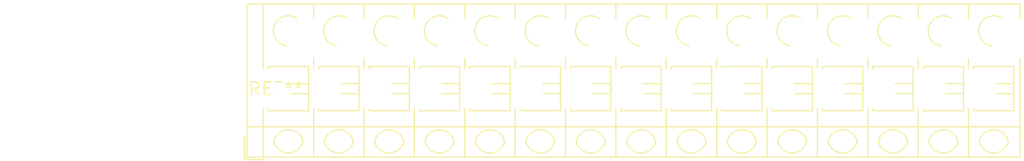
<source format=kicad_pcb>
(kicad_pcb (version 20240108) (generator pcbnew)
  (layers (0 "F.Cu" signal) (31 "B.Cu" signal) (34 "B.Paste" user) (35 "F.Paste" user) (36 "B.SilkS" user "B.Silkscreen") (37 "F.SilkS" user "F.Silkscreen") (38 "B.Mask" user) (39 "F.Mask" user) (44 "Edge.Cuts" user))
  (net 0 "")
  (footprint "TerminalBlock_WAGO_804-115_1x15_P5.00mm_45Degree" (layer "F.Cu") (at 0 0)
    (property "Reference" "REF**")
    (property "Value" "TerminalBlock_WAGO_804-115_1x15_P5.00mm_45Degree")
    (fp_line (start -3.11 4.82) (end -3.11 7.06) (layer "F.SilkS") (stroke (width 0.12)))
    (fp_line (start -3.11 7.06) (end -1.11 7.06) (layer "F.SilkS") (stroke (width 0.12)))
    (fp_line (start -2.87 -8.42) (end -2.87 6.82) (layer "F.SilkS") (stroke (width 0.12)))
    (fp_line (start -2.87 -8.42) (end 73.87 -8.42) (layer "F.SilkS") (stroke (width 0.12)))
    (fp_line (start -2.87 3.8) (end 73.87 3.8) (layer "F.SilkS") (stroke (width 0.12)))
    (fp_line (start -2.87 6.82) (end 73.87 6.82) (layer "F.SilkS") (stroke (width 0.12)))
    (fp_line (start -1.25 -8.42) (end -1.25 -1.98) (layer "F.SilkS") (stroke (width 0.12)))
    (fp_line (start -1.25 1.98) (end -1.25 6.82) (layer "F.SilkS") (stroke (width 0.12)))
    (fp_line (start -0.75 -2.2) (end -0.75 -1.98) (layer "F.SilkS") (stroke (width 0.12)))
    (fp_line (start -0.75 -2.2) (end 3.25 -2.2) (layer "F.SilkS") (stroke (width 0.12)))
    (fp_line (start -0.75 1.98) (end -0.75 2.2) (layer "F.SilkS") (stroke (width 0.12)))
    (fp_line (start -0.75 2.2) (end 3.25 2.2) (layer "F.SilkS") (stroke (width 0.12)))
    (fp_line (start 1.48 -0.5) (end 3.25 -0.5) (layer "F.SilkS") (stroke (width 0.12)))
    (fp_line (start 1.48 0.5) (end 3.25 0.5) (layer "F.SilkS") (stroke (width 0.12)))
    (fp_line (start 3.25 -2.2) (end 3.25 2.2) (layer "F.SilkS") (stroke (width 0.12)))
    (fp_line (start 3.25 -0.5) (end 3.25 0.5) (layer "F.SilkS") (stroke (width 0.12)))
    (fp_line (start 3.75 -8.42) (end 3.75 -6.98) (layer "F.SilkS") (stroke (width 0.12)))
    (fp_line (start 3.75 -3.02) (end 3.75 -1.98) (layer "F.SilkS") (stroke (width 0.12)))
    (fp_line (start 3.75 1.98) (end 3.75 6.82) (layer "F.SilkS") (stroke (width 0.12)))
    (fp_line (start 4.25 -2.2) (end 4.25 -1.98) (layer "F.SilkS") (stroke (width 0.12)))
    (fp_line (start 4.25 -2.2) (end 8.25 -2.2) (layer "F.SilkS") (stroke (width 0.12)))
    (fp_line (start 4.25 1.98) (end 4.25 2.2) (layer "F.SilkS") (stroke (width 0.12)))
    (fp_line (start 4.25 2.2) (end 8.25 2.2) (layer "F.SilkS") (stroke (width 0.12)))
    (fp_line (start 6.48 -0.5) (end 8.25 -0.5) (layer "F.SilkS") (stroke (width 0.12)))
    (fp_line (start 6.48 0.5) (end 8.25 0.5) (layer "F.SilkS") (stroke (width 0.12)))
    (fp_line (start 8.25 -2.2) (end 8.25 2.2) (layer "F.SilkS") (stroke (width 0.12)))
    (fp_line (start 8.25 -0.5) (end 8.25 0.5) (layer "F.SilkS") (stroke (width 0.12)))
    (fp_line (start 8.75 -8.42) (end 8.75 -6.98) (layer "F.SilkS") (stroke (width 0.12)))
    (fp_line (start 8.75 -3.02) (end 8.75 -1.98) (layer "F.SilkS") (stroke (width 0.12)))
    (fp_line (start 8.75 1.98) (end 8.75 6.82) (layer "F.SilkS") (stroke (width 0.12)))
    (fp_line (start 9.25 -2.2) (end 9.25 -1.98) (layer "F.SilkS") (stroke (width 0.12)))
    (fp_line (start 9.25 -2.2) (end 13.25 -2.2) (layer "F.SilkS") (stroke (width 0.12)))
    (fp_line (start 9.25 1.98) (end 9.25 2.2) (layer "F.SilkS") (stroke (width 0.12)))
    (fp_line (start 9.25 2.2) (end 13.25 2.2) (layer "F.SilkS") (stroke (width 0.12)))
    (fp_line (start 11.48 -0.5) (end 13.25 -0.5) (layer "F.SilkS") (stroke (width 0.12)))
    (fp_line (start 11.48 0.5) (end 13.25 0.5) (layer "F.SilkS") (stroke (width 0.12)))
    (fp_line (start 13.25 -2.2) (end 13.25 2.2) (layer "F.SilkS") (stroke (width 0.12)))
    (fp_line (start 13.25 -0.5) (end 13.25 0.5) (layer "F.SilkS") (stroke (width 0.12)))
    (fp_line (start 13.75 -8.42) (end 13.75 -6.98) (layer "F.SilkS") (stroke (width 0.12)))
    (fp_line (start 13.75 -3.02) (end 13.75 -1.98) (layer "F.SilkS") (stroke (width 0.12)))
    (fp_line (start 13.75 1.98) (end 13.75 6.82) (layer "F.SilkS") (stroke (width 0.12)))
    (fp_line (start 14.25 -2.2) (end 14.25 -1.98) (layer "F.SilkS") (stroke (width 0.12)))
    (fp_line (start 14.25 -2.2) (end 18.25 -2.2) (layer "F.SilkS") (stroke (width 0.12)))
    (fp_line (start 14.25 1.98) (end 14.25 2.2) (layer "F.SilkS") (stroke (width 0.12)))
    (fp_line (start 14.25 2.2) (end 18.25 2.2) (layer "F.SilkS") (stroke (width 0.12)))
    (fp_line (start 16.48 -0.5) (end 18.25 -0.5) (layer "F.SilkS") (stroke (width 0.12)))
    (fp_line (start 16.48 0.5) (end 18.25 0.5) (layer "F.SilkS") (stroke (width 0.12)))
    (fp_line (start 18.25 -2.2) (end 18.25 2.2) (layer "F.SilkS") (stroke (width 0.12)))
    (fp_line (start 18.25 -0.5) (end 18.25 0.5) (layer "F.SilkS") (stroke (width 0.12)))
    (fp_line (start 18.75 -8.42) (end 18.75 -6.98) (layer "F.SilkS") (stroke (width 0.12)))
    (fp_line (start 18.75 -3.02) (end 18.75 -1.98) (layer "F.SilkS") (stroke (width 0.12)))
    (fp_line (start 18.75 1.98) (end 18.75 6.82) (layer "F.SilkS") (stroke (width 0.12)))
    (fp_line (start 19.25 -2.2) (end 19.25 -1.98) (layer "F.SilkS") (stroke (width 0.12)))
    (fp_line (start 19.25 -2.2) (end 23.25 -2.2) (layer "F.SilkS") (stroke (width 0.12)))
    (fp_line (start 19.25 1.98) (end 19.25 2.2) (layer "F.SilkS") (stroke (width 0.12)))
    (fp_line (start 19.25 2.2) (end 23.25 2.2) (layer "F.SilkS") (stroke (width 0.12)))
    (fp_line (start 21.48 -0.5) (end 23.25 -0.5) (layer "F.SilkS") (stroke (width 0.12)))
    (fp_line (start 21.48 0.5) (end 23.25 0.5) (layer "F.SilkS") (stroke (width 0.12)))
    (fp_line (start 23.25 -2.2) (end 23.25 2.2) (layer "F.SilkS") (stroke (width 0.12)))
    (fp_line (start 23.25 -0.5) (end 23.25 0.5) (layer "F.SilkS") (stroke (width 0.12)))
    (fp_line (start 23.75 -8.42) (end 23.75 -6.98) (layer "F.SilkS") (stroke (width 0.12)))
    (fp_line (start 23.75 -3.02) (end 23.75 -1.98) (layer "F.SilkS") (stroke (width 0.12)))
    (fp_line (start 23.75 1.98) (end 23.75 6.82) (layer "F.SilkS") (stroke (width 0.12)))
    (fp_line (start 24.25 -2.2) (end 24.25 -1.98) (layer "F.SilkS") (stroke (width 0.12)))
    (fp_line (start 24.25 -2.2) (end 28.25 -2.2) (layer "F.SilkS") (stroke (width 0.12)))
    (fp_line (start 24.25 1.98) (end 24.25 2.2) (layer "F.SilkS") (stroke (width 0.12)))
    (fp_line (start 24.25 2.2) (end 28.25 2.2) (layer "F.SilkS") (stroke (width 0.12)))
    (fp_line (start 26.48 -0.5) (end 28.25 -0.5) (layer "F.SilkS") (stroke (width 0.12)))
    (fp_line (start 26.48 0.5) (end 28.25 0.5) (layer "F.SilkS") (stroke (width 0.12)))
    (fp_line (start 28.25 -2.2) (end 28.25 2.2) (layer "F.SilkS") (stroke (width 0.12)))
    (fp_line (start 28.25 -0.5) (end 28.25 0.5) (layer "F.SilkS") (stroke (width 0.12)))
    (fp_line (start 28.75 -8.42) (end 28.75 -6.98) (layer "F.SilkS") (stroke (width 0.12)))
    (fp_line (start 28.75 -3.02) (end 28.75 -1.98) (layer "F.SilkS") (stroke (width 0.12)))
    (fp_line (start 28.75 1.98) (end 28.75 6.82) (layer "F.SilkS") (stroke (width 0.12)))
    (fp_line (start 29.25 -2.2) (end 29.25 -1.98) (layer "F.SilkS") (stroke (width 0.12)))
    (fp_line (start 29.25 -2.2) (end 33.25 -2.2) (layer "F.SilkS") (stroke (width 0.12)))
    (fp_line (start 29.25 1.98) (end 29.25 2.2) (layer "F.SilkS") (stroke (width 0.12)))
    (fp_line (start 29.25 2.2) (end 33.25 2.2) (layer "F.SilkS") (stroke (width 0.12)))
    (fp_line (start 31.48 -0.5) (end 33.25 -0.5) (layer "F.SilkS") (stroke (width 0.12)))
    (fp_line (start 31.48 0.5) (end 33.25 0.5) (layer "F.SilkS") (stroke (width 0.12)))
    (fp_line (start 33.25 -2.2) (end 33.25 2.2) (layer "F.SilkS") (stroke (width 0.12)))
    (fp_line (start 33.25 -0.5) (end 33.25 0.5) (layer "F.SilkS") (stroke (width 0.12)))
    (fp_line (start 33.75 -8.42) (end 33.75 -6.98) (layer "F.SilkS") (stroke (width 0.12)))
    (fp_line (start 33.75 -3.02) (end 33.75 -1.98) (layer "F.SilkS") (stroke (width 0.12)))
    (fp_line (start 33.75 1.98) (end 33.75 6.82) (layer "F.SilkS") (stroke (width 0.12)))
    (fp_line (start 34.25 -2.2) (end 34.25 -1.98) (layer "F.SilkS") (stroke (width 0.12)))
    (fp_line (start 34.25 -2.2) (end 38.25 -2.2) (layer "F.SilkS") (stroke (width 0.12)))
    (fp_line (start 34.25 1.98) (end 34.25 2.2) (layer "F.SilkS") (stroke (width 0.12)))
    (fp_line (start 34.25 2.2) (end 38.25 2.2) (layer "F.SilkS") (stroke (width 0.12)))
    (fp_line (start 36.48 -0.5) (end 38.25 -0.5) (layer "F.SilkS") (stroke (width 0.12)))
    (fp_line (start 36.48 0.5) (end 38.25 0.5) (layer "F.SilkS") (stroke (width 0.12)))
    (fp_line (start 38.25 -2.2) (end 38.25 2.2) (layer "F.SilkS") (stroke (width 0.12)))
    (fp_line (start 38.25 -0.5) (end 38.25 0.5) (layer "F.SilkS") (stroke (width 0.12)))
    (fp_line (start 38.75 -8.42) (end 38.75 -6.98) (layer "F.SilkS") (stroke (width 0.12)))
    (fp_line (start 38.75 -3.02) (end 38.75 -1.98) (layer "F.SilkS") (stroke (width 0.12)))
    (fp_line (start 38.75 1.98) (end 38.75 6.82) (layer "F.SilkS") (stroke (width 0.12)))
    (fp_line (start 39.25 -2.2) (end 39.25 -1.98) (layer "F.SilkS") (stroke (width 0.12)))
    (fp_line (start 39.25 -2.2) (end 43.25 -2.2) (layer "F.SilkS") (stroke (width 0.12)))
    (fp_line (start 39.25 1.98) (end 39.25 2.2) (layer "F.SilkS") (stroke (width 0.12)))
    (fp_line (start 39.25 2.2) (end 43.25 2.2) (layer "F.SilkS") (stroke (width 0.12)))
    (fp_line (start 41.48 -0.5) (end 43.25 -0.5) (layer "F.SilkS") (stroke (width 0.12)))
    (fp_line (start 41.48 0.5) (end 43.25 0.5) (layer "F.SilkS") (stroke (width 0.12)))
    (fp_line (start 43.25 -2.2) (end 43.25 2.2) (layer "F.SilkS") (stroke (width 0.12)))
    (fp_line (start 43.25 -0.5) (end 43.25 0.5) (layer "F.SilkS") (stroke (width 0.12)))
    (fp_line (start 43.75 -8.42) (end 43.75 -6.98) (layer "F.SilkS") (stroke (width 0.12)))
    (fp_line (start 43.75 -3.02) (end 43.75 -1.98) (layer "F.SilkS") (stroke (width 0.12)))
    (fp_line (start 43.75 1.98) (end 43.75 6.82) (layer "F.SilkS") (stroke (width 0.12)))
    (fp_line (start 44.25 -2.2) (end 44.25 -1.98) (layer "F.SilkS") (stroke (width 0.12)))
    (fp_line (start 44.25 -2.2) (end 48.25 -2.2) (layer "F.SilkS") (stroke (width 0.12)))
    (fp_line (start 44.25 1.98) (end 44.25 2.2) (layer "F.SilkS") (stroke (width 0.12)))
    (fp_line (start 44.25 2.2) (end 48.25 2.2) (layer "F.SilkS") (stroke (width 0.12)))
    (fp_line (start 46.48 -0.5) (end 48.25 -0.5) (layer "F.SilkS") (stroke (width 0.12)))
    (fp_line (start 46.48 0.5) (end 48.25 0.5) (layer "F.SilkS") (stroke (width 0.12)))
    (fp_line (start 48.25 -2.2) (end 48.25 2.2) (layer "F.SilkS") (stroke (width 0.12)))
    (fp_line (start 48.25 -0.5) (end 48.25 0.5) (layer "F.SilkS") (stroke (width 0.12)))
    (fp_line (start 48.75 -8.42) (end 48.75 -6.98) (layer "F.SilkS") (stroke (width 0.12)))
    (fp_line (start 48.75 -3.02) (end 48.75 -1.98) (layer "F.SilkS") (stroke (width 0.12)))
    (fp_line (start 48.75 1.98) (end 48.75 6.82) (layer "F.SilkS") (stroke (width 0.12)))
    (fp_line (start 49.25 -2.2) (end 49.25 -1.98) (layer "F.SilkS") (stroke (width 0.12)))
    (fp_line (start 49.25 -2.2) (end 53.25 -2.2) (layer "F.SilkS") (stroke (width 0.12)))
    (fp_line (start 49.25 1.98) (end 49.25 2.2) (layer "F.SilkS") (stroke (width 0.12)))
    (fp_line (start 49.25 2.2) (end 53.25 2.2) (layer "F.SilkS") (stroke (width 0.12)))
    (fp_line (start 51.48 -0.5) (end 53.25 -0.5) (layer "F.SilkS") (stroke (width 0.12)))
    (fp_line (start 51.48 0.5) (end 53.25 0.5) (layer "F.SilkS") (stroke (width 0.12)))
    (fp_line (start 53.25 -2.2) (end 53.25 2.2) (layer "F.SilkS") (stroke (width 0.12)))
    (fp_line (start 53.25 -0.5) (end 53.25 0.5) (layer "F.SilkS") (stroke (width 0.12)))
    (fp_line (start 53.75 -8.42) (end 53.75 -6.98) (layer "F.SilkS") (stroke (width 0.12)))
    (fp_line (start 53.75 -3.02) (end 53.75 -1.98) (layer "F.SilkS") (stroke (width 0.12)))
    (fp_line (start 53.75 1.98) (end 53.75 6.82) (layer "F.SilkS") (stroke (width 0.12)))
    (fp_line (start 54.25 -2.2) (end 54.25 -1.98) (layer "F.SilkS") (stroke (width 0.12)))
    (fp_line (start 54.25 -2.2) (end 58.25 -2.2) (layer "F.SilkS") (stroke (width 0.12)))
    (fp_line (start 54.25 1.98) (end 54.25 2.2) (layer "F.SilkS") (stroke (width 0.12)))
    (fp_line (start 54.25 2.2) (end 58.25 2.2) (layer "F.SilkS") (stroke (width 0.12)))
    (fp_line (start 56.48 -0.5) (end 58.25 -0.5) (layer "F.SilkS") (stroke (width 0.12)))
    (fp_line (start 56.48 0.5) (end 58.25 0.5) (layer "F.SilkS") (stroke (width 0.12)))
    (fp_line (start 58.25 -2.2) (end 58.25 2.2) (layer "F.SilkS") (stroke (width 0.12)))
    (fp_line (start 58.25 -0.5) (end 58.25 0.5) (layer "F.SilkS") (stroke (width 0.12)))
    (fp_line (start 58.75 -8.42) (end 58.75 -6.98) (layer "F.SilkS") (stroke (width 0.12)))
    (fp_line (start 58.75 -3.02) (end 58.75 -1.98) (layer "F.SilkS") (stroke (width 0.12)))
    (fp_line (start 58.75 1.98) (end 58.75 6.82) (layer "F.SilkS") (stroke (width 0.12)))
    (fp_line (start 59.25 -2.2) (end 59.25 -1.98) (layer "F.SilkS") (stroke (width 0.12)))
    (fp_line (start 59.25 -2.2) (end 63.25 -2.2) (layer "F.SilkS") (stroke (width 0.12)))
    (fp_line (start 59.25 1.98) (end 59.25 2.2) (layer "F.SilkS") (stroke (width 0.12)))
    (fp_line (start 59.25 2.2) (end 63.25 2.2) (layer "F.SilkS") (stroke (width 0.12)))
    (fp_line (start 61.48 -0.5) (end 63.25 -0.5) (layer "F.SilkS") (stroke (width 0.12)))
    (fp_line (start 61.48 0.5) (end 63.25 0.5) (layer "F.SilkS") (stroke (width 0.12)))
    (fp_line (start 63.25 -2.2) (end 63.25 2.2) (layer "F.SilkS") (stroke (width 0.12)))
    (fp_line (start 63.25 -0.5) (end 63.25 0.5) (layer "F.SilkS") (stroke (width 0.12)))
    (fp_line (start 63.75 -8.42) (end 63.75 -6.98) (layer "F.SilkS") (stroke (width 0.12)))
    (fp_line (start 63.75 -3.02) (end 63.75 -1.98) (layer "F.SilkS") (stroke (width 0.12)))
    (fp_line (start 63.75 1.98) (end 63.75 6.82) (layer "F.SilkS") (stroke (width 0.12)))
    (fp_line (start 64.25 -2.2) (end 64.25 -1.98) (layer "F.SilkS") (stroke (width 0.12)))
    (fp_line (start 64.25 -2.2) (end 68.25 -2.2) (layer "F.SilkS") (stroke (width 0.12)))
    (fp_line (start 64.25 1.98) (end 64.25 2.2) (layer "F.SilkS") (stroke (width 0.12)))
    (fp_line (start 64.25 2.2) (end 68.25 2.2) (layer "F.SilkS") (stroke (width 0.12)))
    (fp_line (start 66.48 -0.5) (end 68.25 -0.5) (layer "F.SilkS") (stroke (width 0.12)))
    (fp_line (start 66.48 0.5) (end 68.25 0.5) (layer "F.SilkS") (stroke (width 0.12)))
    (fp_line (start 68.25 -2.2) (end 68.25 2.2) (layer "F.SilkS") (stroke (width 0.12)))
    (fp_line (start 68.25 -0.5) (end 68.25 0.5) (layer "F.SilkS") (stroke (width 0.12)))
    (fp_line (start 68.75 -8.42) (end 68.75 -6.98) (layer "F.SilkS") (stroke (width 0.12)))
    (fp_line (start 68.75 -3.02) (end 68.75 -1.98) (layer "F.SilkS") (stroke (width 0.12)))
    (fp_line (start 68.75 1.98) (end 68.75 6.82) (layer "F.SilkS") (stroke (width 0.12)))
    (fp_line (start 69.25 -2.2) (end 69.25 -1.98) (layer "F.SilkS") (stroke (width 0.12)))
    (fp_line (start 69.25 -2.2) (end 73.25 -2.2) (layer "F.SilkS") (stroke (width 0.12)))
    (fp_line (start 69.25 1.98) (end 69.25 2.2) (layer "F.SilkS") (stroke (width 0.12)))
    (fp_line (start 69.25 2.2) (end 73.25 2.2) (layer "F.SilkS") (stroke (width 0.12)))
    (fp_line (start 71.48 -0.5) (end 73.25 -0.5) (layer "F.SilkS") (stroke (width 0.12)))
    (fp_line (start 71.48 0.5) (end 73.25 0.5) (layer "F.SilkS") (stroke (width 0.12)))
    (fp_line (start 73.25 -2.2) (end 73.25 2.2) (layer "F.SilkS") (stroke (width 0.12)))
    (fp_line (start 73.25 -0.5) (end 73.25 0.5) (layer "F.SilkS") (stroke (width 0.12)))
    (fp_line (start 73.87 -8.42) (end 73.87 -6.98) (layer "F.SilkS") (stroke (width 0.12)))
    (fp_line (start 73.87 -3.02) (end 73.87 6.82) (layer "F.SilkS") (stroke (width 0.12)))
    (fp_arc (start -0.200865 5.250424) (mid 1.250296 4.099926) (end 2.701 5.251) (layer "F.SilkS") (stroke (width 0.12)))
    (fp_arc (start 1.040798 -4.264067) (mid -0.146039 -6.300306) (end 2.111 -6.979) (layer "F.SilkS") (stroke (width 0.12)))
    (fp_arc (start 2.7 5.25) (mid 1.250068 6.400101) (end -0.199969 5.250133) (layer "F.SilkS") (stroke (width 0.12)))
    (fp_arc (start 4.799135 5.250424) (mid 6.250296 4.099926) (end 7.701 5.251) (layer "F.SilkS") (stroke (width 0.12)))
    (fp_arc (start 6.040798 -4.264067) (mid 4.853961 -6.300306) (end 7.111 -6.979) (layer "F.SilkS") (stroke (width 0.12)))
    (fp_arc (start 7.7 5.25) (mid 6.250068 6.400101) (end 4.800031 5.250133) (layer "F.SilkS") (stroke (width 0.12)))
    (fp_arc (start 9.799135 5.250424) (mid 11.250296 4.099926) (end 12.701 5.251) (layer "F.SilkS") (stroke (width 0.12)))
    (fp_arc (start 11.040798 -4.264067) (mid 9.853961 -6.300306) (end 12.111 -6.979) (layer "F.SilkS") (stroke (width 0.12)))
    (fp_arc (start 12.7 5.25) (mid 11.250068 6.400101) (end 9.800031 5.250133) (layer "F.SilkS") (stroke (width 0.12)))
    (fp_arc (start 14.799135 5.250424) (mid 16.250296 4.099926) (end 17.701 5.251) (layer "F.SilkS") (stroke (width 0.12)))
    (fp_arc (start 16.040798 -4.264067) (mid 14.853961 -6.300306) (end 17.111 -6.979) (layer "F.SilkS") (stroke (width 0.12)))
    (fp_arc (start 17.7 5.25) (mid 16.250068 6.400101) (end 14.800031 5.250133) (layer "F.SilkS") (stroke (width 0.12)))
    (fp_arc (start 19.799135 5.250424) (mid 21.250296 4.099926) (end 22.701 5.251) (layer "F.SilkS") (stroke (width 0.12)))
    (fp_arc (start 21.040798 -4.264067) (mid 19.853961 -6.300306) (end 22.111 -6.979) (layer "F.SilkS") (stroke (width 0.12)))
    (fp_arc (start 22.7 5.25) (mid 21.250068 6.400101) (end 19.800031 5.250133) (layer "F.SilkS") (stroke (width 0.12)))
    (fp_arc (start 24.799135 5.250424) (mid 26.250296 4.099926) (end 27.701 5.251) (layer "F.SilkS") (stroke (width 0.12)))
    (fp_arc (start 26.040798 -4.264067) (mid 24.853961 -6.300306) (end 27.111 -6.979) (layer "F.SilkS") (stroke (width 0.12)))
    (fp_arc (start 27.7 5.25) (mid 26.250068 6.400101) (end 24.800031 5.250133) (layer "F.SilkS") (stroke (width 0.12)))
    (fp_arc (start 29.799135 5.250424) (mid 31.250296 4.099926) (end 32.701 5.251) (layer "F.SilkS") (stroke (width 0.12)))
    (fp_arc (start 31.040798 -4.264067) (mid 29.853961 -6.300306) (end 32.111 -6.979) (layer "F.SilkS") (stroke (width 0.12)))
    (fp_arc (start 32.701 5.25) (mid 31.250296 6.401074) (end 29.799135 5.250576) (layer "F.SilkS") (stroke (width 0.12)))
    (fp_arc (start 34.799135 5.250424) (mid 36.250296 4.099926) (end 37.701 5.251) (layer "F.SilkS") (stroke (width 0.12)))
    (fp_arc (start 36.040798 -4.264067) (mid 34.853961 -6.300306) (end 37.111 -6.979) (layer "F.SilkS") (stroke (width 0.12)))
    (fp_arc (start 37.7 5.25) (mid 36.250068 6.400101) (end 34.800031 5.250133) (layer "F.SilkS") (stroke (width 0.12)))
    (fp_arc (start 39.799135 5.250424) (mid 41.250296 4.099926) (end 42.701 5.251) (layer "F.SilkS") (stroke (width 0.12)))
    (fp_arc (start 41.040798 -4.264067) (mid 39.853961 -6.300306) (end 42.111 -6.979) (layer "F.SilkS") (stroke (width 0.12)))
    (fp_arc (start 42.7 5.25) (mid 41.250068 6.400101) (end 39.800031 5.250133) (layer "F.SilkS") (stroke (width 0.12)))
    (fp_arc (start 44.799135 5.250424) (mid 46.250296 4.099926) (end 47.701 5.251) (layer "F.SilkS") (stroke (width 0.12)))
    (fp_arc (start 46.040798 -4.264067) (mid 44.853961 -6.300306) (end 47.111 -6.979) (layer "F.SilkS") (stroke (width 0.12)))
    (fp_arc (start 47.7 5.25) (mid 46.250068 6.400101) (end 44.800031 5.250133) (layer "F.SilkS") (stroke (width 0.12)))
    (fp_arc (start 49.799135 5.250424) (mid 51.250296 4.099926) (end 52.701 5.251) (layer "F.SilkS") (stroke (width 0.12)))
    (fp_arc (start 51.040798 -4.264067) (mid 49.853961 -6.300306) (end 52.111 -6.979) (layer "F.SilkS") (stroke (width 0.12)))
    (fp_arc (start 52.7 5.25) (mid 51.250068 6.400101) (end 49.800031 5.250133) (layer "F.SilkS") (stroke (width 0.12)))
    (fp_arc (start 54.799135 5.250424) (mid 56.250296 4.099926) (end 57.701 5.251) (layer "F.SilkS") (stroke (width 0.12)))
    (fp_arc (start 56.040798 -4.264067) (mid 54.853961 -6.300306) (end 57.111 -6.979) (layer "F.SilkS") (stroke (width 0.12)))
    (fp_arc (start 57.7 5.25) (mid 56.250068 6.400101) (end 54.800031 5.250133) (layer "F.SilkS") (stroke (width 0.12)))
    (fp_arc (start 59.799135 5.250424) (mid 61.250296 4.099926) (end 62.701 5.251) (layer "F.SilkS") (stroke (width 0.12)))
    (fp_arc (start 61.040798 -4.264067) (mid 59.853961 -6.300306) (end 62.111 -6.979) (layer "F.SilkS") (stroke (width 0.12)))
    (fp_arc (start 62.7 5.25) (mid 61.250068 6.400101) (end 59.800031 5.250133) (layer "F.SilkS") (stroke (width 0.12)))
    (fp_arc (start 64.799135 5.250424) (mid 66.250296 4.099926) (end 67.701 5.251) (layer "F.SilkS") (stroke (width 0.12)))
    (fp_arc (start 66.040798 -4.264067) (mid 64.853961 -6.300306) (end 67.111 -6.979) (layer "F.SilkS") (stroke (width 0.12)))
    (fp_arc (start 67.7 5.25) (mid 66.250068 6.400101) (end 64.800031 5.250133) (layer "F.SilkS") (stroke (width 0.12)))
    (fp_arc (start 69.799135 5.250424) (mid 71.250296 4.099926) (end 72.701 5.251) (layer "F.SilkS") (stroke (width 0.12)))
    (fp_arc (start 71.040798 -4.264067) (mid 69.853961 -6.300306) (end 72.111 -6.979) (layer "F.SilkS") (stroke (width 0.12)))
    (fp_arc (start 72.7 5.25) (mid 71.250068 6.400101) (end 69.800031 5.250133) (layer "F.SilkS") (stroke (width 0.12)))
    (pad "1" thru_hole rect (at 0 0) (size 2 3) (drill 1.2) (layers *.Cu *.Mask) (remove_unused_layers))
    (pad "1" thru_hole rect (at 2.5 -5) (size 2 3) (drill 1.2) (layers *.Cu *.Mask) (remove_unused_layers))
    (pad "2" thru_hole oval (at 5 0) (size 2 3) (drill 1.2) (layers *.Cu *.Mask) (remove_unused_layers))
    (pad "2" thru_hole oval (at 7.5 -5) (size 2 3) (drill 1.2) (layers *.Cu *.Mask) (remove_unused_layers))
    (pad "3" thru_hole oval (at 10 0) (size 2 3) (drill 1.2) (layers *.Cu *.Mask) (remove_unused_layers))
    (pad "3" thru_hole oval (at 12.5 -5) (size 2 3) (drill 1.2) (layers *.Cu *.Mask) (remove_unused_layers))
    (pad "4" thru_hole oval (at 15 0) (size 2 3) (drill 1.2) (layers *.Cu *.Mask) (remove_unused_layers))
    (pad "4" thru_hole oval (at 17.5 -5) (size 2 3) (drill 1.2) (layers *.Cu *.Mask) (remove_unused_layers))
    (pad "5" thru_hole oval (at 20 0) (size 2 3) (drill 1.2) (layers *.Cu *.Mask) (remove_unused_layers))
    (pad "5" thru_hole oval (at 22.5 -5) (size 2 3) (drill 1.2) (layers *.Cu *.Mask) (remove_unused_layers))
    (pad "6" thru_hole oval (at 25 0) (size 2 3) (drill 1.2) (layers *.Cu *.Mask) (remove_unused_layers))
    (pad "6" thru_hole oval (at 27.5 -5) (size 2 3) (drill 1.2) (layers *.Cu *.Mask) (remove_unused_layers))
    (pad "7" thru_hole oval (at 30 0) (size 2 3) (drill 1.2) (layers *.Cu *.Mask) (remove_unused_layers))
    (pad "7" thru_hole oval (at 32.5 -5) (size 2 3) (drill 1.2) (layers *.Cu *.Mask) (remove_unused_layers))
    (pad "8" thru_hole oval (at 35 0) (size 2 3) (drill 1.2) (layers *.Cu *.Mask) (remove_unused_layers))
    (pad "8" thru_hole oval (at 37.5 -5) (size 2 3) (drill 1.2) (layers *.Cu *.Mask) (remove_unused_layers))
    (pad "9" thru_hole oval (at 40 0) (size 2 3) (drill 1.2) (layers *.Cu *.Mask) (remove_unused_layers))
    (pad "9" thru_hole oval (at 42.5 -5) (size 2 3) (drill 1.2) (layers *.Cu *.Mask) (remove_unused_layers))
    (pad "10" thru_hole oval (at 45 0) (size 2 3) (drill 1.2) (layers *.Cu *.Mask) (remove_unused_layers))
    (pad "10" thru_hole oval (at 47.5 -5) (size 2 3) (drill 1.2) (layers *.Cu *.Mask) (remove_unused_layers))
    (pad "11" thru_hole oval (at 50 0) (size 2 3) (drill 1.2) (layers *.Cu *.Mask) (remove_unused_layers))
    (pad "11" thru_hole oval (at 52.5 -5) (size 2 3) (drill 1.2) (layers *.Cu *.Mask) (remove_unused_layers))
    (pad "12" thru_hole oval (at 55 0) (size 2 3) (drill 1.2) (layers *.Cu *.Mask) (remove_unused_layers))
    (pad "12" thru_hole oval (at 57.5 -5) (size 2 3) (drill 1.2) (layers *.Cu *.Mask) (remove_unused_layers))
    (pad "13" thru_hole oval (at 60 0) (size 2 3) (drill 1.2) (layers *.Cu *.Mask) (remove_unused_layers))
    (pad "13" thru_hole oval (at 62.5 -5) (size 2 3) (drill 1.2) (layers *.Cu *.Mask) (remove_unused_layers))
    (pad "14" thru_hole oval (at 65 0) (size 2 3) (drill 1.2) (layers *.Cu *.Mask) (remove_unused_layers))
    (pad "14" thru_hole oval (at 67.5 -5) (size 2 3) (drill 1.2) (layers *.Cu *.Mask) (remove_unused_layers))
    (pad "15" thru_hole oval (at 70 0) (size 2 3) (drill 1.2) (layers *.Cu *.Mask) (remove_unused_layers))
    (pad "15" thru_hole oval (at 72.5 -5) (size 2 3) (drill 1.2) (layers *.Cu *.Mask) (remove_unused_layers))
  )
)
</source>
